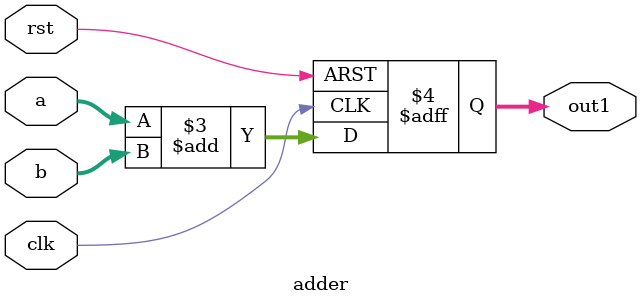
<source format=v>
module adder #( // Parámetros: el numero de bits
	parameter n=32
	)(
	
	input clk, rst, // clk es 1 bit 
	input wire [n-1:0] a,b,	
	output reg [n-1:0] out1
	);
	
	always @(posedge clk or negedge rst)begin 
		if (!rst) begin
			out1 = {n{1'b0}} ;
		end else begin
		out1= $signed(a) + $signed(b); 
	end	
end
endmodule 

	
	
	
</source>
